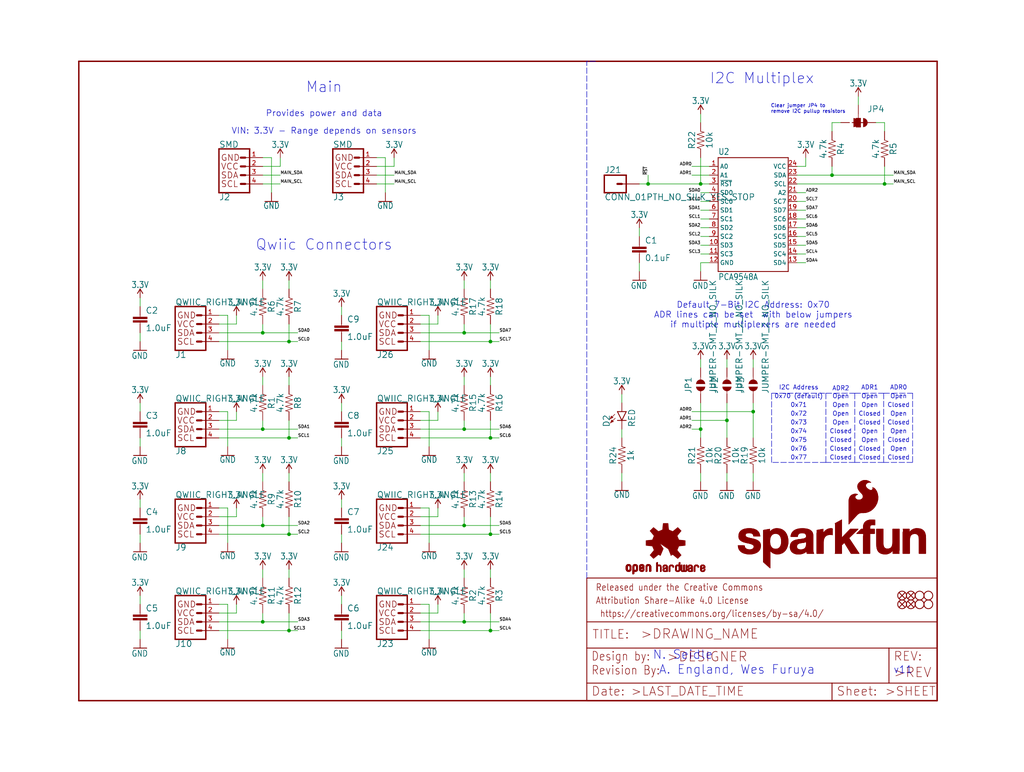
<source format=kicad_sch>
(kicad_sch (version 20211123) (generator eeschema)
  (paper "User" 297.002 223.926)
  (lib_symbols
    (symbol "eagleSchem-eagle-import:0.1UF-0603-25V-(+80{slash}-20%)"
      (property "Reference" "C" (at 1.524 2.921 0))
      (property "Value" "0.1UF-0603-25V-(+80{slash}-20%)" (at 1.524 -2.159 0))
      (symbol "0.1UF-0603-25V-(+80{slash}-20%)_1_0"
        (pin passive line (at 0 5.08 270) (length 2.54) (name "1") (number "1"))
        (pin passive line (at 0 -2.54 90) (length 2.54) (name "2") (number "2"))
      )
    )
    (symbol "eagleSchem-eagle-import:1.0UF-0603-16V-10%"
      (property "Reference" "C" (at 1.524 2.921 0))
      (property "Value" "1.0UF-0603-16V-10%" (at 1.524 -2.159 0))
      (symbol "1.0UF-0603-16V-10%_1_0"
        (pin passive line (at 0 5.08 270) (length 2.54) (name "1") (number "1"))
        (pin passive line (at 0 -2.54 90) (length 2.54) (name "2") (number "2"))
      )
    )
    (symbol "eagleSchem-eagle-import:10KOHM-0603-1{slash}10W-1%"
      (property "Reference" "R" (at 0 1.524 0))
      (property "Value" "10KOHM-0603-1{slash}10W-1%" (at 0 -1.524 0))
      (symbol "10KOHM-0603-1{slash}10W-1%_1_0"
        (pin passive line (at -5.08 0 0) (length 2.54) (name "1") (number "1"))
        (pin passive line (at 5.08 0 180) (length 2.54) (name "2") (number "2"))
      )
    )
    (symbol "eagleSchem-eagle-import:1KOHM-0603-1{slash}10W-1%"
      (property "Reference" "R" (at 0 1.524 0))
      (property "Value" "1KOHM-0603-1{slash}10W-1%" (at 0 -1.524 0))
      (symbol "1KOHM-0603-1{slash}10W-1%_1_0"
        (pin passive line (at -5.08 0 0) (length 2.54) (name "1") (number "1"))
        (pin passive line (at 5.08 0 180) (length 2.54) (name "2") (number "2"))
      )
    )
    (symbol "eagleSchem-eagle-import:3.3V" (power)
      (property "Value" "3.3V" (at 0 2.794 0))
      (symbol "3.3V_1_0"
        (pin power_in line (at 0 0 90) (length 2.54) (name "3.3V") (number "1"))
      )
    )
    (symbol "eagleSchem-eagle-import:4.7KOHM-0603-1{slash}10W-1%"
      (property "Reference" "R" (at 0 1.524 0))
      (property "Value" "4.7KOHM-0603-1{slash}10W-1%" (at 0 -1.524 0))
      (symbol "4.7KOHM-0603-1{slash}10W-1%_1_0"
        (pin passive line (at -5.08 0 0) (length 2.54) (name "1") (number "1"))
        (pin passive line (at 5.08 0 180) (length 2.54) (name "2") (number "2"))
      )
    )
    (symbol "eagleSchem-eagle-import:CONN_01PTH_NO_SILK_YES_STOP"
      (property "Reference" "J" (at -2.54 3.048 0))
      (property "Value" "CONN_01PTH_NO_SILK_YES_STOP" (at -2.54 -4.826 0))
      (symbol "CONN_01PTH_NO_SILK_YES_STOP_1_0"
        (pin passive line (at 7.62 0 180) (length 5.08) (name "1") (number "1"))
      )
    )
    (symbol "eagleSchem-eagle-import:FIDUCIAL1X2")
    (symbol "eagleSchem-eagle-import:FRAME-LETTER"
      (symbol "FRAME-LETTER_2_0"
        (text " https://creativecommons.org/licenses/by-sa/4.0/" (at 2.54 24.13 0) (effects (font (size 1.9304 1.6408)) (justify left bottom)))
        (text ">DESIGNER" (at 23.114 11.176 0) (effects (font (size 2.7432 2.7432)) (justify left bottom)))
        (text ">DRAWING_NAME" (at 15.494 17.78 0) (effects (font (size 2.7432 2.7432)) (justify left bottom)))
        (text ">LAST_DATE_TIME" (at 12.7 1.27 0) (effects (font (size 2.54 2.54)) (justify left bottom)))
        (text ">REV" (at 88.9 6.604 0) (effects (font (size 2.7432 2.7432)) (justify left bottom)))
        (text ">SHEET" (at 86.36 1.27 0) (effects (font (size 2.54 2.54)) (justify left bottom)))
        (text "Attribution Share-Alike 4.0 License" (at 2.54 27.94 0) (effects (font (size 1.9304 1.6408)) (justify left bottom)))
        (text "Date:" (at 1.27 1.27 0) (effects (font (size 2.54 2.54)) (justify left bottom)))
        (text "Design by:" (at 1.27 11.43 0) (effects (font (size 2.54 2.159)) (justify left bottom)))
        (text "Released under the Creative Commons" (at 2.54 31.75 0) (effects (font (size 1.9304 1.6408)) (justify left bottom)))
        (text "REV:" (at 88.9 11.43 0) (effects (font (size 2.54 2.54)) (justify left bottom)))
        (text "Sheet:" (at 72.39 1.27 0) (effects (font (size 2.54 2.54)) (justify left bottom)))
        (text "TITLE:" (at 1.524 17.78 0) (effects (font (size 2.54 2.54)) (justify left bottom)))
      )
    )
    (symbol "eagleSchem-eagle-import:GND" (power)
      (property "Value" "GND" (at 0 -0.254 0))
      (symbol "GND_1_0"
        (pin power_in line (at 0 2.54 270) (length 2.54) (name "GND") (number "1"))
      )
    )
    (symbol "eagleSchem-eagle-import:I2C_STANDARDJS-1MM"
      (property "Reference" "J" (at -5.08 7.874 0))
      (property "Value" "I2C_STANDARDJS-1MM" (at -5.08 -5.334 0))
      (symbol "I2C_STANDARDJS-1MM_1_0"
        (text "GND" (at -4.572 -2.54 0) (effects (font (size 1.778 1.778)) (justify left)))
        (text "SCL" (at -4.572 5.08 0) (effects (font (size 1.778 1.778)) (justify left)))
        (text "SDA" (at -4.572 2.54 0) (effects (font (size 1.778 1.778)) (justify left)))
        (text "VCC" (at -4.572 0 0) (effects (font (size 1.778 1.778)) (justify left)))
        (pin power_in line (at 7.62 -2.54 180) (length 5.08) (name "GND") (number "1"))
        (pin power_in line (at 7.62 0 180) (length 5.08) (name "VCC") (number "2"))
        (pin passive line (at 7.62 2.54 180) (length 5.08) (name "SDA") (number "3"))
        (pin passive line (at 7.62 5.08 180) (length 5.08) (name "SCL") (number "4"))
      )
    )
    (symbol "eagleSchem-eagle-import:JUMPER-SMT_2_NO_SILK"
      (property "Reference" "JP" (at -2.54 2.54 0))
      (property "Value" "JUMPER-SMT_2_NO_SILK" (at -2.54 -2.54 0))
      (symbol "JUMPER-SMT_2_NO_SILK_1_0"
        (pin passive line (at -5.08 0 0) (length 2.54) (name "1") (number "1"))
        (pin passive line (at 5.08 0 180) (length 2.54) (name "2") (number "2"))
      )
    )
    (symbol "eagleSchem-eagle-import:JUMPER-SMT_3_2-NC_TRACE_SILK"
      (property "Reference" "JP" (at 2.54 0.381 0))
      (property "Value" "JUMPER-SMT_3_2-NC_TRACE_SILK" (at 2.54 -0.381 0))
      (symbol "JUMPER-SMT_3_2-NC_TRACE_SILK_1_0"
        (pin passive line (at 0 5.08 270) (length 2.54) (name "1") (number "1"))
        (pin passive line (at -5.08 0 0) (length 2.54) (name "2") (number "2"))
        (pin passive line (at 0 -5.08 90) (length 2.54) (name "3") (number "3"))
      )
    )
    (symbol "eagleSchem-eagle-import:LED-RED0603"
      (property "Reference" "D" (at -3.429 -4.572 90))
      (property "Value" "LED-RED0603" (at 1.905 -4.572 90))
      (symbol "LED-RED0603_1_0"
        (pin passive line (at 0 2.54 270) (length 2.54) (name "A") (number "A"))
        (pin passive line (at 0 -5.08 90) (length 2.54) (name "C") (number "C"))
      )
    )
    (symbol "eagleSchem-eagle-import:OSHW-LOGOMINI")
    (symbol "eagleSchem-eagle-import:PCA9548A"
      (property "Reference" "U" (at -10.16 18.542 0))
      (property "Value" "PCA9548A" (at -10.16 -17.78 0))
      (symbol "PCA9548A_1_0"
        (pin bidirectional line (at -12.7 15.24 0) (length 2.54) (name "A0") (number "1"))
        (pin bidirectional line (at -12.7 -7.62 0) (length 2.54) (name "SD3") (number "10"))
        (pin bidirectional line (at -12.7 -10.16 0) (length 2.54) (name "SC3") (number "11"))
        (pin bidirectional line (at -12.7 -12.7 0) (length 2.54) (name "GND") (number "12"))
        (pin bidirectional line (at 12.7 -12.7 180) (length 2.54) (name "SD4") (number "13"))
        (pin bidirectional line (at 12.7 -10.16 180) (length 2.54) (name "SC4") (number "14"))
        (pin bidirectional line (at 12.7 -7.62 180) (length 2.54) (name "SD5") (number "15"))
        (pin bidirectional line (at 12.7 -5.08 180) (length 2.54) (name "SC5") (number "16"))
        (pin bidirectional line (at 12.7 -2.54 180) (length 2.54) (name "SD6") (number "17"))
        (pin bidirectional line (at 12.7 0 180) (length 2.54) (name "SC6") (number "18"))
        (pin bidirectional line (at 12.7 2.54 180) (length 2.54) (name "SD7") (number "19"))
        (pin bidirectional line (at -12.7 12.7 0) (length 2.54) (name "A1") (number "2"))
        (pin bidirectional line (at 12.7 5.08 180) (length 2.54) (name "SC7") (number "20"))
        (pin bidirectional line (at 12.7 7.62 180) (length 2.54) (name "A2") (number "21"))
        (pin bidirectional line (at 12.7 10.16 180) (length 2.54) (name "SCL") (number "22"))
        (pin bidirectional line (at 12.7 12.7 180) (length 2.54) (name "SDA") (number "23"))
        (pin bidirectional line (at 12.7 15.24 180) (length 2.54) (name "VCC") (number "24"))
        (pin bidirectional line (at -12.7 10.16 0) (length 2.54) (name "~{RST}") (number "3"))
        (pin bidirectional line (at -12.7 7.62 0) (length 2.54) (name "SD0") (number "4"))
        (pin bidirectional line (at -12.7 5.08 0) (length 2.54) (name "SC0") (number "5"))
        (pin bidirectional line (at -12.7 2.54 0) (length 2.54) (name "SD1") (number "6"))
        (pin bidirectional line (at -12.7 0 0) (length 2.54) (name "SC1") (number "7"))
        (pin bidirectional line (at -12.7 -2.54 0) (length 2.54) (name "SD2") (number "8"))
        (pin bidirectional line (at -12.7 -5.08 0) (length 2.54) (name "SC2") (number "9"))
      )
    )
    (symbol "eagleSchem-eagle-import:QWIIC_CONNECTORJS-1MM"
      (property "Reference" "J" (at -5.08 7.874 0))
      (property "Value" "QWIIC_CONNECTORJS-1MM" (at -5.08 -5.334 0))
      (symbol "QWIIC_CONNECTORJS-1MM_1_0"
        (text "GND" (at -4.572 -2.54 0) (effects (font (size 1.778 1.778)) (justify left)))
        (text "SCL" (at -4.572 5.08 0) (effects (font (size 1.778 1.778)) (justify left)))
        (text "SDA" (at -4.572 2.54 0) (effects (font (size 1.778 1.778)) (justify left)))
        (text "VCC" (at -4.572 0 0) (effects (font (size 1.778 1.778)) (justify left)))
        (pin power_in line (at 7.62 -2.54 180) (length 5.08) (name "1") (number "1"))
        (pin power_in line (at 7.62 0 180) (length 5.08) (name "2") (number "2"))
        (pin passive line (at 7.62 2.54 180) (length 5.08) (name "3") (number "3"))
        (pin passive line (at 7.62 5.08 180) (length 5.08) (name "4") (number "4"))
      )
    )
    (symbol "eagleSchem-eagle-import:REVISION"
      (symbol "REVISION_1_0"
        (text "Revision By: " (at 0 0 0) (effects (font (size 2.54 2.159)) (justify left bottom)))
      )
    )
    (symbol "eagleSchem-eagle-import:SFE_LOGO_NAME_FLAME.1_INCH")
    (symbol "eagleSchem-eagle-import:STAND-OFF")
  )
  (junction (at 76.2 124.46))
  (junction (at 134.62 96.52))
  (junction (at 83.82 127))
  (junction (at 83.82 99.06))
  (junction (at 83.82 182.88))
  (junction (at 241.3 50.8))
  (junction (at 203.2 124.46))
  (junction (at 76.2 152.4))
  (junction (at 76.2 180.34))
  (junction (at 256.54 53.34))
  (junction (at 76.2 96.52))
  (junction (at 134.62 180.34))
  (junction (at 203.2 53.34))
  (junction (at 134.62 152.4))
  (junction (at 218.44 119.38))
  (junction (at 83.82 154.94))
  (junction (at 142.24 99.06))
  (junction (at 142.24 182.88))
  (junction (at 142.24 127))
  (junction (at 210.82 121.92))
  (junction (at 187.96 53.34))
  (junction (at 134.62 124.46))
  (junction (at 142.24 154.94))
  (wire (pts (xy 121.92 177.8) (xy 127 177.8)))
  (polyline (pts (xy 247.904 114.046) (xy 256.286 114.046)))
  (polyline (pts (xy 172.72 17.78) (xy 170.18 17.78)))
  (wire (pts (xy 231.14 66.04) (xy 233.68 66.04)))
  (wire (pts (xy 256.54 38.1) (xy 256.54 35.56)))
  (wire (pts (xy 63.5 147.32) (xy 66.04 147.32)))
  (wire (pts (xy 205.74 58.42) (xy 203.2 58.42)))
  (wire (pts (xy 40.64 175.26) (xy 40.64 172.72)))
  (wire (pts (xy 180.34 127) (xy 180.34 124.46)))
  (wire (pts (xy 63.5 175.26) (xy 66.04 175.26)))
  (wire (pts (xy 142.24 149.86) (xy 142.24 154.94)))
  (polyline (pts (xy 239.522 134.112) (xy 223.774 134.112)))
  (wire (pts (xy 40.64 88.9) (xy 40.64 86.36)))
  (wire (pts (xy 231.14 68.58) (xy 233.68 68.58)))
  (wire (pts (xy 241.3 35.56) (xy 241.3 38.1)))
  (wire (pts (xy 205.74 48.26) (xy 200.66 48.26)))
  (wire (pts (xy 134.62 81.28) (xy 134.62 83.82)))
  (wire (pts (xy 210.82 106.68) (xy 210.82 104.14)))
  (wire (pts (xy 218.44 139.7) (xy 218.44 137.16)))
  (wire (pts (xy 66.04 175.26) (xy 66.04 185.42)))
  (wire (pts (xy 83.82 93.98) (xy 83.82 99.06)))
  (wire (pts (xy 121.92 127) (xy 142.24 127)))
  (wire (pts (xy 187.96 53.34) (xy 187.96 50.8)))
  (wire (pts (xy 76.2 93.98) (xy 76.2 96.52)))
  (wire (pts (xy 109.22 45.72) (xy 111.76 45.72)))
  (wire (pts (xy 205.74 71.12) (xy 203.2 71.12)))
  (wire (pts (xy 124.46 147.32) (xy 124.46 157.48)))
  (wire (pts (xy 218.44 116.84) (xy 218.44 119.38)))
  (wire (pts (xy 121.92 91.44) (xy 124.46 91.44)))
  (wire (pts (xy 83.82 109.22) (xy 83.82 111.76)))
  (wire (pts (xy 205.74 73.66) (xy 203.2 73.66)))
  (wire (pts (xy 256.54 48.26) (xy 256.54 53.34)))
  (wire (pts (xy 66.04 119.38) (xy 66.04 129.54)))
  (wire (pts (xy 203.2 124.46) (xy 200.66 124.46)))
  (wire (pts (xy 231.14 53.34) (xy 256.54 53.34)))
  (wire (pts (xy 205.74 55.88) (xy 203.2 55.88)))
  (polyline (pts (xy 264.668 114.046) (xy 264.668 134.112)))
  (wire (pts (xy 63.5 152.4) (xy 76.2 152.4)))
  (wire (pts (xy 205.74 50.8) (xy 200.66 50.8)))
  (wire (pts (xy 142.24 81.28) (xy 142.24 83.82)))
  (wire (pts (xy 121.92 99.06) (xy 142.24 99.06)))
  (wire (pts (xy 121.92 96.52) (xy 134.62 96.52)))
  (wire (pts (xy 63.5 99.06) (xy 83.82 99.06)))
  (wire (pts (xy 40.64 129.54) (xy 40.64 127)))
  (wire (pts (xy 99.06 147.32) (xy 99.06 144.78)))
  (wire (pts (xy 63.5 121.92) (xy 68.58 121.92)))
  (wire (pts (xy 63.5 149.86) (xy 68.58 149.86)))
  (wire (pts (xy 205.74 66.04) (xy 203.2 66.04)))
  (wire (pts (xy 99.06 101.6) (xy 99.06 99.06)))
  (wire (pts (xy 134.62 109.22) (xy 134.62 111.76)))
  (wire (pts (xy 83.82 137.16) (xy 83.82 139.7)))
  (polyline (pts (xy 170.18 167.64) (xy 170.18 17.78)))
  (wire (pts (xy 142.24 93.98) (xy 142.24 99.06)))
  (wire (pts (xy 40.64 157.48) (xy 40.64 154.94)))
  (wire (pts (xy 205.74 63.5) (xy 203.2 63.5)))
  (wire (pts (xy 68.58 149.86) (xy 68.58 147.32)))
  (wire (pts (xy 231.14 76.2) (xy 233.68 76.2)))
  (polyline (pts (xy 223.774 134.112) (xy 223.774 114.046)))
  (wire (pts (xy 127 149.86) (xy 127 147.32)))
  (wire (pts (xy 203.2 116.84) (xy 203.2 124.46)))
  (wire (pts (xy 248.92 27.94) (xy 248.92 30.48)))
  (wire (pts (xy 203.2 139.7) (xy 203.2 137.16)))
  (wire (pts (xy 121.92 93.98) (xy 127 93.98)))
  (wire (pts (xy 63.5 182.88) (xy 83.82 182.88)))
  (wire (pts (xy 63.5 127) (xy 83.82 127)))
  (wire (pts (xy 203.2 124.46) (xy 203.2 127)))
  (wire (pts (xy 76.2 81.28) (xy 76.2 83.82)))
  (wire (pts (xy 185.42 68.58) (xy 185.42 66.04)))
  (wire (pts (xy 142.24 182.88) (xy 144.78 182.88)))
  (wire (pts (xy 210.82 121.92) (xy 200.66 121.92)))
  (wire (pts (xy 83.82 149.86) (xy 83.82 154.94)))
  (wire (pts (xy 231.14 50.8) (xy 241.3 50.8)))
  (wire (pts (xy 76.2 165.1) (xy 76.2 167.64)))
  (wire (pts (xy 40.64 185.42) (xy 40.64 182.88)))
  (wire (pts (xy 83.82 121.92) (xy 83.82 127)))
  (wire (pts (xy 203.2 53.34) (xy 187.96 53.34)))
  (wire (pts (xy 127 121.92) (xy 127 119.38)))
  (wire (pts (xy 76.2 53.34) (xy 81.28 53.34)))
  (wire (pts (xy 76.2 50.8) (xy 81.28 50.8)))
  (wire (pts (xy 63.5 177.8) (xy 68.58 177.8)))
  (wire (pts (xy 142.24 99.06) (xy 144.78 99.06)))
  (wire (pts (xy 142.24 154.94) (xy 144.78 154.94)))
  (wire (pts (xy 142.24 177.8) (xy 142.24 182.88)))
  (wire (pts (xy 109.22 48.26) (xy 114.3 48.26)))
  (wire (pts (xy 40.64 147.32) (xy 40.64 144.78)))
  (polyline (pts (xy 247.904 134.112) (xy 239.522 134.112)))
  (wire (pts (xy 63.5 119.38) (xy 66.04 119.38)))
  (wire (pts (xy 134.62 165.1) (xy 134.62 167.64)))
  (polyline (pts (xy 247.904 114.046) (xy 247.904 134.112)))
  (wire (pts (xy 76.2 96.52) (xy 86.36 96.52)))
  (wire (pts (xy 241.3 50.8) (xy 259.08 50.8)))
  (wire (pts (xy 180.34 139.7) (xy 180.34 137.16)))
  (wire (pts (xy 76.2 152.4) (xy 86.36 152.4)))
  (wire (pts (xy 210.82 127) (xy 210.82 121.92)))
  (wire (pts (xy 210.82 139.7) (xy 210.82 137.16)))
  (wire (pts (xy 134.62 180.34) (xy 144.78 180.34)))
  (wire (pts (xy 121.92 147.32) (xy 124.46 147.32)))
  (wire (pts (xy 231.14 60.96) (xy 233.68 60.96)))
  (wire (pts (xy 111.76 45.72) (xy 111.76 55.88)))
  (polyline (pts (xy 256.286 114.046) (xy 256.286 134.112)))
  (wire (pts (xy 76.2 109.22) (xy 76.2 111.76)))
  (wire (pts (xy 256.54 35.56) (xy 254 35.56)))
  (wire (pts (xy 124.46 119.38) (xy 124.46 129.54)))
  (wire (pts (xy 256.54 53.34) (xy 259.08 53.34)))
  (polyline (pts (xy 256.286 134.112) (xy 247.904 134.112)))
  (wire (pts (xy 63.5 180.34) (xy 76.2 180.34)))
  (wire (pts (xy 99.06 119.38) (xy 99.06 116.84)))
  (wire (pts (xy 63.5 124.46) (xy 76.2 124.46)))
  (wire (pts (xy 218.44 119.38) (xy 200.66 119.38)))
  (wire (pts (xy 121.92 124.46) (xy 134.62 124.46)))
  (wire (pts (xy 114.3 48.26) (xy 114.3 45.72)))
  (wire (pts (xy 243.84 35.56) (xy 241.3 35.56)))
  (wire (pts (xy 83.82 182.88) (xy 86.36 182.88)))
  (wire (pts (xy 231.14 63.5) (xy 233.68 63.5)))
  (wire (pts (xy 81.28 48.26) (xy 81.28 45.72)))
  (wire (pts (xy 231.14 58.42) (xy 233.68 58.42)))
  (polyline (pts (xy 223.774 114.046) (xy 239.522 114.046)))
  (wire (pts (xy 83.82 81.28) (xy 83.82 83.82)))
  (wire (pts (xy 76.2 149.86) (xy 76.2 152.4)))
  (wire (pts (xy 134.62 121.92) (xy 134.62 124.46)))
  (wire (pts (xy 40.64 99.06) (xy 40.64 96.52)))
  (polyline (pts (xy 239.522 114.046) (xy 239.522 134.112)))
  (wire (pts (xy 134.62 152.4) (xy 144.78 152.4)))
  (wire (pts (xy 121.92 154.94) (xy 142.24 154.94)))
  (wire (pts (xy 99.06 157.48) (xy 99.06 154.94)))
  (wire (pts (xy 121.92 152.4) (xy 134.62 152.4)))
  (wire (pts (xy 142.24 109.22) (xy 142.24 111.76)))
  (wire (pts (xy 187.96 53.34) (xy 185.42 53.34)))
  (wire (pts (xy 109.22 50.8) (xy 114.3 50.8)))
  (wire (pts (xy 83.82 99.06) (xy 86.36 99.06)))
  (wire (pts (xy 134.62 96.52) (xy 144.78 96.52)))
  (wire (pts (xy 83.82 127) (xy 86.36 127)))
  (wire (pts (xy 134.62 124.46) (xy 144.78 124.46)))
  (polyline (pts (xy 256.286 114.046) (xy 264.668 114.046)))
  (wire (pts (xy 121.92 180.34) (xy 134.62 180.34)))
  (wire (pts (xy 99.06 91.44) (xy 99.06 88.9)))
  (wire (pts (xy 63.5 154.94) (xy 83.82 154.94)))
  (wire (pts (xy 134.62 137.16) (xy 134.62 139.7)))
  (wire (pts (xy 76.2 177.8) (xy 76.2 180.34)))
  (wire (pts (xy 99.06 185.42) (xy 99.06 182.88)))
  (wire (pts (xy 127 93.98) (xy 127 91.44)))
  (wire (pts (xy 205.74 53.34) (xy 203.2 53.34)))
  (wire (pts (xy 180.34 116.84) (xy 180.34 114.3)))
  (wire (pts (xy 99.06 175.26) (xy 99.06 172.72)))
  (wire (pts (xy 63.5 91.44) (xy 66.04 91.44)))
  (wire (pts (xy 185.42 78.74) (xy 185.42 76.2)))
  (wire (pts (xy 68.58 121.92) (xy 68.58 119.38)))
  (wire (pts (xy 121.92 119.38) (xy 124.46 119.38)))
  (wire (pts (xy 142.24 165.1) (xy 142.24 167.64)))
  (wire (pts (xy 76.2 180.34) (xy 86.36 180.34)))
  (wire (pts (xy 83.82 165.1) (xy 83.82 167.64)))
  (wire (pts (xy 134.62 149.86) (xy 134.62 152.4)))
  (wire (pts (xy 68.58 177.8) (xy 68.58 175.26)))
  (wire (pts (xy 66.04 147.32) (xy 66.04 157.48)))
  (wire (pts (xy 218.44 104.14) (xy 218.44 106.68)))
  (wire (pts (xy 218.44 119.38) (xy 218.44 127)))
  (wire (pts (xy 68.58 93.98) (xy 68.58 91.44)))
  (wire (pts (xy 76.2 124.46) (xy 86.36 124.46)))
  (wire (pts (xy 231.14 73.66) (xy 233.68 73.66)))
  (wire (pts (xy 203.2 106.68) (xy 203.2 104.14)))
  (wire (pts (xy 231.14 55.88) (xy 233.68 55.88)))
  (wire (pts (xy 66.04 91.44) (xy 66.04 101.6)))
  (wire (pts (xy 203.2 45.72) (xy 203.2 53.34)))
  (polyline (pts (xy 264.668 134.112) (xy 256.286 134.112)))
  (wire (pts (xy 210.82 116.84) (xy 210.82 121.92)))
  (wire (pts (xy 203.2 33.02) (xy 203.2 35.56)))
  (polyline (pts (xy 239.522 114.046) (xy 247.904 114.046)))
  (wire (pts (xy 241.3 48.26) (xy 241.3 50.8)))
  (wire (pts (xy 76.2 48.26) (xy 81.28 48.26)))
  (wire (pts (xy 109.22 53.34) (xy 114.3 53.34)))
  (wire (pts (xy 205.74 76.2) (xy 203.2 76.2)))
  (wire (pts (xy 205.74 68.58) (xy 203.2 68.58)))
  (wire (pts (xy 63.5 93.98) (xy 68.58 93.98)))
  (wire (pts (xy 121.92 175.26) (xy 124.46 175.26)))
  (wire (pts (xy 134.62 93.98) (xy 134.62 96.52)))
  (wire (pts (xy 76.2 137.16) (xy 76.2 139.7)))
  (wire (pts (xy 124.46 91.44) (xy 124.46 101.6)))
  (wire (pts (xy 83.82 154.94) (xy 86.36 154.94)))
  (wire (pts (xy 142.24 121.92) (xy 142.24 127)))
  (wire (pts (xy 233.68 48.26) (xy 233.68 45.72)))
  (wire (pts (xy 121.92 149.86) (xy 127 149.86)))
  (wire (pts (xy 121.92 121.92) (xy 127 121.92)))
  (wire (pts (xy 76.2 121.92) (xy 76.2 124.46)))
  (wire (pts (xy 124.46 175.26) (xy 124.46 185.42)))
  (wire (pts (xy 99.06 129.54) (xy 99.06 127)))
  (wire (pts (xy 142.24 127) (xy 144.78 127)))
  (wire (pts (xy 142.24 137.16) (xy 142.24 139.7)))
  (wire (pts (xy 40.64 119.38) (xy 40.64 116.84)))
  (wire (pts (xy 121.92 182.88) (xy 142.24 182.88)))
  (wire (pts (xy 63.5 96.52) (xy 76.2 96.52)))
  (wire (pts (xy 76.2 45.72) (xy 78.74 45.72)))
  (wire (pts (xy 134.62 177.8) (xy 134.62 180.34)))
  (wire (pts (xy 78.74 45.72) (xy 78.74 55.88)))
  (wire (pts (xy 205.74 60.96) (xy 203.2 60.96)))
  (wire (pts (xy 83.82 177.8) (xy 83.82 182.88)))
  (wire (pts (xy 127 177.8) (xy 127 175.26)))
  (wire (pts (xy 203.2 76.2) (xy 203.2 78.74)))
  (wire (pts (xy 231.14 71.12) (xy 233.68 71.12)))
  (wire (pts (xy 231.14 48.26) (xy 233.68 48.26)))
  (text "I2C Address" (at 231.648 112.522 180) (effects (font (size 1.27 1.27))))
  (text "Clear jumper JP4 to\nremove I2C pullup resistors" (at 223.52 33.02 180) (effects (font (size 1.016 1.016)) (justify left bottom)))
  (text "0x74" (at 231.648 125.222 180) (effects (font (size 1.27 1.27))))
  (text "I2C Multiplex" (at 220.98 22.86 180) (effects (font (size 3.048 3.048))))
  (text "0x75" (at 231.648 127.762 180) (effects (font (size 1.27 1.27))))
  (text "Open" (at 243.84 117.602 180) (effects (font (size 1.27 1.27))))
  (text "0x76" (at 231.648 130.302 180) (effects (font (size 1.27 1.27))))
  (text "Closed" (at 260.604 127.762 180) (effects (font (size 1.27 1.27))))
  (text "Closed" (at 243.84 125.222 180) (effects (font (size 1.27 1.27))))
  (text "Qwiic Connectors" (at 93.98 71.12 180) (effects (font (size 3.048 3.048))))
  (text "Closed" (at 260.604 132.842 180) (effects (font (size 1.27 1.27))))
  (text "Open" (at 243.84 120.142 180) (effects (font (size 1.27 1.27))))
  (text "Open" (at 252.222 125.222 180) (effects (font (size 1.27 1.27))))
  (text "Closed" (at 252.222 130.302 180) (effects (font (size 1.27 1.27))))
  (text "Closed" (at 260.604 117.602 180) (effects (font (size 1.27 1.27))))
  (text "Open" (at 260.604 125.222 180) (effects (font (size 1.27 1.27))))
  (text "v11" (at 259.08 195.58 180) (effects (font (size 2.032 2.032)) (justify left bottom)))
  (text "0x73" (at 231.648 122.682 180) (effects (font (size 1.27 1.27))))
  (text "0x71" (at 231.648 117.602 180) (effects (font (size 1.27 1.27))))
  (text "N. Seidle" (at 189.23 191.516 180) (effects (font (size 2.54 2.54)) (justify left bottom)))
  (text "Provides power and data" (at 93.98 33.02 180) (effects (font (size 1.778 1.778))))
  (text "Closed" (at 252.222 122.682 180) (effects (font (size 1.27 1.27))))
  (text "Closed" (at 243.84 130.302 180) (effects (font (size 1.27 1.27))))
  (text "Open" (at 243.84 122.682 180) (effects (font (size 1.27 1.27))))
  (text "ADR0" (at 260.604 112.522 180) (effects (font (size 1.27 1.27))))
  (text "ADR2" (at 243.84 112.776 180) (effects (font (size 1.27 1.27))))
  (text "Closed" (at 252.222 120.142 180) (effects (font (size 1.27 1.27))))
  (text "Closed" (at 243.84 132.842 180) (effects (font (size 1.27 1.27))))
  (text "VIN: 3.3V - Range depends on sensors" (at 93.98 38.1 180) (effects (font (size 1.778 1.778))))
  (text "Closed" (at 260.604 122.682 180) (effects (font (size 1.27 1.27))))
  (text "Closed" (at 252.222 132.842 180) (effects (font (size 1.27 1.27))))
  (text "Open" (at 243.84 115.062 180) (effects (font (size 1.27 1.27))))
  (text "Open" (at 252.222 127.762 180) (effects (font (size 1.27 1.27))))
  (text "Open" (at 252.222 115.062 180) (effects (font (size 1.27 1.27))))
  (text "Open" (at 260.604 120.142 180) (effects (font (size 1.27 1.27))))
  (text "Open" (at 260.604 130.302 180) (effects (font (size 1.27 1.27))))
  (text "Default 7-Bit I2C Address: 0x70\nADR lines can be set  with below jumpers\nif multiple multiplexers are needed" (at 218.44 91.44 0) (effects (font (size 1.778 1.778))))
  (text "Open" (at 260.604 115.062 180) (effects (font (size 1.27 1.27))))
  (text "ADR1" (at 252.222 112.522 180) (effects (font (size 1.27 1.27))))
  (text "Closed" (at 243.84 127.762 180) (effects (font (size 1.27 1.27))))
  (text "Open" (at 252.222 117.602 180) (effects (font (size 1.27 1.27))))
  (text "Main" (at 93.98 25.4 180) (effects (font (size 3.048 3.048))))
  (text "A. England, Wes Furuya" (at 191.008 195.834 180) (effects (font (size 2.54 2.54)) (justify left bottom)))
  (text "0x77" (at 231.648 132.842 180) (effects (font (size 1.27 1.27))))
  (text "0x70 (default)" (at 231.648 115.062 180) (effects (font (size 1.27 1.27))))
  (text "0x72" (at 231.648 120.142 180) (effects (font (size 1.27 1.27))))
  (label "SCL7" (at 144.78 99.06 0) (effects (font (size 0.889 0.889))))
  (label "SCL4" (at 144.78 182.88 0) (effects (font (size 0.889 0.889))))
  (label "SDA2" (at 86.36 152.4 0) (effects (font (size 0.889 0.889))))
  (label "SCL7" (at 233.68 58.42 0) (effects (font (size 0.889 0.889))))
  (label "ADR1" (at 200.66 50.8 180) (effects (font (size 0.889 0.889))))
  (label "SDA3" (at 86.36 180.34 0) (effects (font (size 0.889 0.889))))
  (label "SCL5" (at 233.68 68.58 0) (effects (font (size 0.889 0.889))))
  (label "SCL0" (at 86.36 99.06 0) (effects (font (size 0.889 0.889))))
  (label "SDA6" (at 144.78 124.46 0) (effects (font (size 0.889 0.889))))
  (label "~{RST}" (at 187.96 50.8 90) (effects (font (size 0.889 0.889))))
  (label "SDA1" (at 203.2 60.96 180) (effects (font (size 0.889 0.889))))
  (label "SDA3" (at 203.2 71.12 180) (effects (font (size 0.889 0.889))))
  (label "SDA4" (at 233.68 76.2 0) (effects (font (size 0.889 0.889))))
  (label "SDA0" (at 86.36 96.52 0) (effects (font (size 0.889 0.889))))
  (label "ADR1" (at 200.66 121.92 180) (effects (font (size 0.889 0.889))))
  (label "MAIN_SDA" (at 259.08 50.8 0) (effects (font (size 0.889 0.889))))
  (label "MAIN_SDA" (at 114.3 50.8 0) (effects (font (size 0.889 0.889))))
  (label "SDA1" (at 86.36 124.46 0) (effects (font (size 0.889 0.889))))
  (label "ADR0" (at 200.66 119.38 180) (effects (font (size 0.889 0.889))))
  (label "MAIN_SDA" (at 81.28 50.8 0) (effects (font (size 0.889 0.889))))
  (label "SCL0" (at 203.2 58.42 180) (effects (font (size 0.889 0.889))))
  (label "SCL1" (at 86.36 127 0) (effects (font (size 0.889 0.889))))
  (label "SDA7" (at 144.78 96.52 0) (effects (font (size 0.889 0.889))))
  (label "SDA4" (at 144.78 180.34 0) (effects (font (size 0.889 0.889))))
  (label "SCL3" (at 85.09 182.88 0) (effects (font (size 0.889 0.889))))
  (label "MAIN_SCL" (at 259.08 53.34 0) (effects (font (size 0.889 0.889))))
  (label "SCL5" (at 144.78 154.94 0) (effects (font (size 0.889 0.889))))
  (label "MAIN_SCL" (at 81.28 53.34 0) (effects (font (size 0.889 0.889))))
  (label "SCL6" (at 144.78 127 0) (effects (font (size 0.889 0.889))))
  (label "SCL1" (at 203.2 63.5 180) (effects (font (size 0.889 0.889))))
  (label "SCL4" (at 233.68 73.66 0) (effects (font (size 0.889 0.889))))
  (label "SDA0" (at 203.2 55.88 180) (effects (font (size 0.889 0.889))))
  (label "ADR0" (at 200.66 48.26 180) (effects (font (size 0.889 0.889))))
  (label "SDA5" (at 144.78 152.4 0) (effects (font (size 0.889 0.889))))
  (label "SCL2" (at 86.36 154.94 0) (effects (font (size 0.889 0.889))))
  (label "ADR2" (at 233.68 55.88 0) (effects (font (size 0.889 0.889))))
  (label "SDA5" (at 233.68 71.12 0) (effects (font (size 0.889 0.889))))
  (label "SCL2" (at 203.2 68.58 180) (effects (font (size 0.889 0.889))))
  (label "SCL6" (at 233.68 63.5 0) (effects (font (size 0.889 0.889))))
  (label "SCL3" (at 203.2 73.66 180) (effects (font (size 0.889 0.889))))
  (label "MAIN_SCL" (at 114.3 53.34 0) (effects (font (size 0.889 0.889))))
  (label "SDA2" (at 203.2 66.04 180) (effects (font (size 0.889 0.889))))
  (label "SDA7" (at 233.68 60.96 0) (effects (font (size 0.889 0.889))))
  (label "ADR2" (at 200.66 124.46 180) (effects (font (size 0.889 0.889))))
  (label "SDA6" (at 233.68 66.04 0) (effects (font (size 0.889 0.889))))
  (symbol (lib_id "eagleSchem-eagle-import:3.3V") (at 68.58 119.38 0) (unit 1)
    (property "Reference" "#SUPPLY3" (effects hide))
    (property "Value" "3.3V" (at 68.58 116.586 0) (effects (font (size 1.778 1.5113)) (justify bottom)))
    (property "Footprint" "eagleSchem:" (effects hide))
  )
  (symbol (lib_id "eagleSchem-eagle-import:GND") (at 66.04 132.08 0) (unit 1)
    (property "Reference" "#GND5" (effects hide))
    (property "Value" "GND" (at 66.04 132.334 0) (effects (font (size 1.778 1.5113)) (justify top)))
    (property "Footprint" "eagleSchem:" (effects hide))
  )
  (symbol (lib_id "eagleSchem-eagle-import:3.3V") (at 142.24 109.22 0) (unit 1)
    (property "Reference" "#SUPPLY62" (effects hide))
    (property "Value" "3.3V" (at 142.24 106.426 0) (effects (font (size 1.778 1.5113)) (justify bottom)))
    (property "Footprint" "eagleSchem:" (effects hide))
  )
  (symbol (lib_id "eagleSchem-eagle-import:1.0UF-0603-16V-10%") (at 99.06 96.52 0) (unit 1)
    (property "Reference" "C9" (at 100.584 93.599 0) (effects (font (size 1.778 1.778)) (justify left bottom)))
    (property "Value" "1.0uF" (at 100.584 98.679 0) (effects (font (size 1.778 1.778)) (justify left bottom)))
    (property "Footprint" "eagleSchem:0603" (effects hide))
  )
  (symbol (lib_id "eagleSchem-eagle-import:3.3V") (at 142.24 137.16 0) (unit 1)
    (property "Reference" "#SUPPLY44" (effects hide))
    (property "Value" "3.3V" (at 142.24 134.366 0) (effects (font (size 1.778 1.5113)) (justify bottom)))
    (property "Footprint" "eagleSchem:" (effects hide))
  )
  (symbol (lib_id "eagleSchem-eagle-import:3.3V") (at 99.06 172.72 0) (unit 1)
    (property "Reference" "#SUPPLY38" (effects hide))
    (property "Value" "3.3V" (at 99.06 169.926 0) (effects (font (size 1.778 1.5113)) (justify bottom)))
    (property "Footprint" "eagleSchem:" (effects hide))
  )
  (symbol (lib_id "eagleSchem-eagle-import:3.3V") (at 76.2 109.22 0) (unit 1)
    (property "Reference" "#SUPPLY16" (effects hide))
    (property "Value" "3.3V" (at 76.2 106.426 0) (effects (font (size 1.778 1.5113)) (justify bottom)))
    (property "Footprint" "eagleSchem:" (effects hide))
  )
  (symbol (lib_id "eagleSchem-eagle-import:3.3V") (at 68.58 91.44 0) (unit 1)
    (property "Reference" "#SUPPLY5" (effects hide))
    (property "Value" "3.3V" (at 68.58 88.646 0) (effects (font (size 1.778 1.5113)) (justify bottom)))
    (property "Footprint" "eagleSchem:" (effects hide))
  )
  (symbol (lib_id "eagleSchem-eagle-import:3.3V") (at 134.62 109.22 0) (unit 1)
    (property "Reference" "#SUPPLY63" (effects hide))
    (property "Value" "3.3V" (at 134.62 106.426 0) (effects (font (size 1.778 1.5113)) (justify bottom)))
    (property "Footprint" "eagleSchem:" (effects hide))
  )
  (symbol (lib_id "eagleSchem-eagle-import:3.3V") (at 142.24 165.1 0) (unit 1)
    (property "Reference" "#SUPPLY41" (effects hide))
    (property "Value" "3.3V" (at 142.24 162.306 0) (effects (font (size 1.778 1.5113)) (justify bottom)))
    (property "Footprint" "eagleSchem:" (effects hide))
  )
  (symbol (lib_id "eagleSchem-eagle-import:STAND-OFF") (at 269.24 172.72 0) (unit 1)
    (property "Reference" "H4" (effects hide))
    (property "Value" "STAND-OFF" (effects hide))
    (property "Footprint" "eagleSchem:STAND-OFF" (effects hide))
  )
  (symbol (lib_id "eagleSchem-eagle-import:3.3V") (at 134.62 165.1 0) (unit 1)
    (property "Reference" "#SUPPLY39" (effects hide))
    (property "Value" "3.3V" (at 134.62 162.306 0) (effects (font (size 1.778 1.5113)) (justify bottom)))
    (property "Footprint" "eagleSchem:" (effects hide))
  )
  (symbol (lib_id "eagleSchem-eagle-import:GND") (at 78.74 58.42 0) (unit 1)
    (property "Reference" "#GND1" (effects hide))
    (property "Value" "GND" (at 78.74 58.674 0) (effects (font (size 1.778 1.5113)) (justify top)))
    (property "Footprint" "eagleSchem:" (effects hide))
  )
  (symbol (lib_id "eagleSchem-eagle-import:QWIIC_CONNECTORJS-1MM") (at 114.3 93.98 0) (mirror x) (unit 1)
    (property "Reference" "J26" (at 109.22 101.854 0) (effects (font (size 1.778 1.778)) (justify left bottom)))
    (property "Value" "QWIIC_RIGHT_ANGLE" (at 109.22 88.646 0) (effects (font (size 1.778 1.778)) (justify left top)))
    (property "Footprint" "eagleSchem:JST04_1MM_RA" (effects hide))
  )
  (symbol (lib_id "eagleSchem-eagle-import:3.3V") (at 76.2 137.16 0) (unit 1)
    (property "Reference" "#SUPPLY7" (effects hide))
    (property "Value" "3.3V" (at 76.2 134.366 0) (effects (font (size 1.778 1.5113)) (justify bottom)))
    (property "Footprint" "eagleSchem:" (effects hide))
  )
  (symbol (lib_id "eagleSchem-eagle-import:GND") (at 40.64 132.08 0) (unit 1)
    (property "Reference" "#GND18" (effects hide))
    (property "Value" "GND" (at 38.1 134.62 0) (effects (font (size 1.778 1.5113)) (justify left bottom)))
    (property "Footprint" "eagleSchem:" (effects hide))
  )
  (symbol (lib_id "eagleSchem-eagle-import:1.0UF-0603-16V-10%") (at 40.64 180.34 0) (unit 1)
    (property "Reference" "C5" (at 42.164 177.419 0) (effects (font (size 1.778 1.778)) (justify left bottom)))
    (property "Value" "1.0uF" (at 42.164 182.499 0) (effects (font (size 1.778 1.778)) (justify left bottom)))
    (property "Footprint" "eagleSchem:0603" (effects hide))
  )
  (symbol (lib_id "eagleSchem-eagle-import:GND") (at 203.2 142.24 0) (unit 1)
    (property "Reference" "#GND15" (effects hide))
    (property "Value" "GND" (at 200.66 144.78 0) (effects (font (size 1.778 1.5113)) (justify left bottom)))
    (property "Footprint" "eagleSchem:" (effects hide))
  )
  (symbol (lib_id "eagleSchem-eagle-import:3.3V") (at 114.3 45.72 0) (unit 1)
    (property "Reference" "#SUPPLY4" (effects hide))
    (property "Value" "3.3V" (at 114.3 42.926 0) (effects (font (size 1.778 1.5113)) (justify bottom)))
    (property "Footprint" "eagleSchem:" (effects hide))
  )
  (symbol (lib_id "eagleSchem-eagle-import:JUMPER-SMT_2_NO_SILK") (at 218.44 111.76 90) (unit 1)
    (property "Reference" "JP3" (at 215.9 114.3 0) (effects (font (size 1.778 1.778)) (justify left bottom)))
    (property "Value" "JUMPER-SMT_2_NO_SILK" (at 220.98 114.3 0) (effects (font (size 1.778 1.778)) (justify left top)))
    (property "Footprint" "eagleSchem:SMT-JUMPER_2_NO_SILK" (effects hide))
  )
  (symbol (lib_id "eagleSchem-eagle-import:GND") (at 99.06 160.02 0) (unit 1)
    (property "Reference" "#GND31" (effects hide))
    (property "Value" "GND" (at 96.52 162.56 0) (effects (font (size 1.778 1.5113)) (justify left bottom)))
    (property "Footprint" "eagleSchem:" (effects hide))
  )
  (symbol (lib_id "eagleSchem-eagle-import:GND") (at 124.46 187.96 0) (unit 1)
    (property "Reference" "#GND9" (effects hide))
    (property "Value" "GND" (at 124.46 188.214 0) (effects (font (size 1.778 1.5113)) (justify top)))
    (property "Footprint" "eagleSchem:" (effects hide))
  )
  (symbol (lib_id "eagleSchem-eagle-import:1.0UF-0603-16V-10%") (at 99.06 152.4 0) (unit 1)
    (property "Reference" "C7" (at 100.584 149.479 0) (effects (font (size 1.778 1.778)) (justify left bottom)))
    (property "Value" "1.0uF" (at 100.584 154.559 0) (effects (font (size 1.778 1.778)) (justify left bottom)))
    (property "Footprint" "eagleSchem:0603" (effects hide))
  )
  (symbol (lib_id "eagleSchem-eagle-import:CONN_01PTH_NO_SILK_YES_STOP") (at 177.8 53.34 0) (unit 1)
    (property "Reference" "J21" (at 175.26 50.292 0) (effects (font (size 1.778 1.778)) (justify left bottom)))
    (property "Value" "CONN_01PTH_NO_SILK_YES_STOP" (at 175.26 58.166 0) (effects (font (size 1.778 1.778)) (justify left bottom)))
    (property "Footprint" "eagleSchem:1X01_NO_SILK" (effects hide))
  )
  (symbol (lib_id "eagleSchem-eagle-import:3.3V") (at 99.06 144.78 0) (unit 1)
    (property "Reference" "#SUPPLY45" (effects hide))
    (property "Value" "3.3V" (at 99.06 141.986 0) (effects (font (size 1.778 1.5113)) (justify bottom)))
    (property "Footprint" "eagleSchem:" (effects hide))
  )
  (symbol (lib_id "eagleSchem-eagle-import:QWIIC_CONNECTORJS-1MM") (at 114.3 177.8 0) (mirror x) (unit 1)
    (property "Reference" "J23" (at 109.22 185.674 0) (effects (font (size 1.778 1.778)) (justify left bottom)))
    (property "Value" "QWIIC_RIGHT_ANGLE" (at 109.22 172.466 0) (effects (font (size 1.778 1.778)) (justify left top)))
    (property "Footprint" "eagleSchem:JST04_1MM_RA" (effects hide))
  )
  (symbol (lib_id "eagleSchem-eagle-import:3.3V") (at 40.64 144.78 0) (unit 1)
    (property "Reference" "#SUPPLY6" (effects hide))
    (property "Value" "3.3V" (at 40.64 141.986 0) (effects (font (size 1.778 1.5113)) (justify bottom)))
    (property "Footprint" "eagleSchem:" (effects hide))
  )
  (symbol (lib_id "eagleSchem-eagle-import:1.0UF-0603-16V-10%") (at 99.06 124.46 0) (unit 1)
    (property "Reference" "C8" (at 100.584 121.539 0) (effects (font (size 1.778 1.778)) (justify left bottom)))
    (property "Value" "1.0uF" (at 100.584 126.619 0) (effects (font (size 1.778 1.778)) (justify left bottom)))
    (property "Footprint" "eagleSchem:0603" (effects hide))
  )
  (symbol (lib_id "eagleSchem-eagle-import:3.3V") (at 185.42 66.04 0) (unit 1)
    (property "Reference" "#SUPPLY35" (effects hide))
    (property "Value" "3.3V" (at 185.42 63.246 0) (effects (font (size 1.778 1.5113)) (justify bottom)))
    (property "Footprint" "eagleSchem:" (effects hide))
  )
  (symbol (lib_id "eagleSchem-eagle-import:1.0UF-0603-16V-10%") (at 40.64 124.46 0) (unit 1)
    (property "Reference" "C3" (at 42.164 121.539 0) (effects (font (size 1.778 1.778)) (justify left bottom)))
    (property "Value" "1.0uF" (at 42.164 126.619 0) (effects (font (size 1.778 1.778)) (justify left bottom)))
    (property "Footprint" "eagleSchem:0603" (effects hide))
  )
  (symbol (lib_id "eagleSchem-eagle-import:I2C_STANDARDJS-1MM") (at 101.6 48.26 0) (mirror x) (unit 1)
    (property "Reference" "J3" (at 96.52 56.134 0) (effects (font (size 1.778 1.778)) (justify left bottom)))
    (property "Value" "SMD" (at 96.52 42.926 0) (effects (font (size 1.778 1.778)) (justify left top)))
    (property "Footprint" "eagleSchem:1X04_1MM_RA" (effects hide))
  )
  (symbol (lib_id "eagleSchem-eagle-import:FRAME-LETTER") (at 170.18 203.2 0) (unit 2)
    (property "Reference" "FRAME1" (effects hide))
    (property "Value" "FRAME-LETTER" (effects hide))
    (property "Footprint" "eagleSchem:CREATIVE_COMMONS" (effects hide))
  )
  (symbol (lib_id "eagleSchem-eagle-import:4.7KOHM-0603-1{slash}10W-1%") (at 134.62 88.9 270) (unit 1)
    (property "Reference" "R17" (at 136.144 88.9 0) (effects (font (size 1.778 1.778)) (justify bottom)))
    (property "Value" "4.7k" (at 133.096 88.9 0) (effects (font (size 1.778 1.778)) (justify top)))
    (property "Footprint" "eagleSchem:0603" (effects hide))
  )
  (symbol (lib_id "eagleSchem-eagle-import:JUMPER-SMT_2_NO_SILK") (at 210.82 111.76 90) (unit 1)
    (property "Reference" "JP2" (at 208.28 114.3 0) (effects (font (size 1.778 1.778)) (justify left bottom)))
    (property "Value" "JUMPER-SMT_2_NO_SILK" (at 213.36 114.3 0) (effects (font (size 1.778 1.778)) (justify left top)))
    (property "Footprint" "eagleSchem:SMT-JUMPER_2_NO_SILK" (effects hide))
  )
  (symbol (lib_id "eagleSchem-eagle-import:QWIIC_CONNECTORJS-1MM") (at 55.88 93.98 0) (mirror x) (unit 1)
    (property "Reference" "J1" (at 50.8 101.854 0) (effects (font (size 1.778 1.778)) (justify left bottom)))
    (property "Value" "QWIIC_RIGHT_ANGLE" (at 50.8 88.646 0) (effects (font (size 1.778 1.778)) (justify left top)))
    (property "Footprint" "eagleSchem:JST04_1MM_RA" (effects hide))
  )
  (symbol (lib_id "eagleSchem-eagle-import:GND") (at 66.04 160.02 0) (unit 1)
    (property "Reference" "#GND6" (effects hide))
    (property "Value" "GND" (at 66.04 160.274 0) (effects (font (size 1.778 1.5113)) (justify top)))
    (property "Footprint" "eagleSchem:" (effects hide))
  )
  (symbol (lib_id "eagleSchem-eagle-import:3.3V") (at 99.06 116.84 0) (unit 1)
    (property "Reference" "#SUPPLY65" (effects hide))
    (property "Value" "3.3V" (at 99.06 114.046 0) (effects (font (size 1.778 1.5113)) (justify bottom)))
    (property "Footprint" "eagleSchem:" (effects hide))
  )
  (symbol (lib_id "eagleSchem-eagle-import:1.0UF-0603-16V-10%") (at 40.64 152.4 0) (unit 1)
    (property "Reference" "C4" (at 42.164 149.479 0) (effects (font (size 1.778 1.778)) (justify left bottom)))
    (property "Value" "1.0uF" (at 42.164 154.559 0) (effects (font (size 1.778 1.778)) (justify left bottom)))
    (property "Footprint" "eagleSchem:0603" (effects hide))
  )
  (symbol (lib_id "eagleSchem-eagle-import:3.3V") (at 81.28 45.72 0) (unit 1)
    (property "Reference" "#SUPPLY2" (effects hide))
    (property "Value" "3.3V" (at 81.28 42.926 0) (effects (font (size 1.778 1.5113)) (justify bottom)))
    (property "Footprint" "eagleSchem:" (effects hide))
  )
  (symbol (lib_id "eagleSchem-eagle-import:QWIIC_CONNECTORJS-1MM") (at 55.88 121.92 0) (mirror x) (unit 1)
    (property "Reference" "J8" (at 50.8 129.794 0) (effects (font (size 1.778 1.778)) (justify left bottom)))
    (property "Value" "QWIIC_RIGHT_ANGLE" (at 50.8 116.586 0) (effects (font (size 1.778 1.778)) (justify left top)))
    (property "Footprint" "eagleSchem:JST04_1MM_RA" (effects hide))
  )
  (symbol (lib_id "eagleSchem-eagle-import:SFE_LOGO_NAME_FLAME.1_INCH") (at 213.36 165.1 0) (unit 1)
    (property "Reference" "U$1" (effects hide))
    (property "Value" "SFE_LOGO_NAME_FLAME.1_INCH" (effects hide))
    (property "Footprint" "eagleSchem:SFE_LOGO_NAME_FLAME_.1" (effects hide))
  )
  (symbol (lib_id "eagleSchem-eagle-import:GND") (at 218.44 142.24 0) (unit 1)
    (property "Reference" "#GND13" (effects hide))
    (property "Value" "GND" (at 215.9 144.78 0) (effects (font (size 1.778 1.5113)) (justify left bottom)))
    (property "Footprint" "eagleSchem:" (effects hide))
  )
  (symbol (lib_id "eagleSchem-eagle-import:GND") (at 99.06 187.96 0) (unit 1)
    (property "Reference" "#GND30" (effects hide))
    (property "Value" "GND" (at 96.52 190.5 0) (effects (font (size 1.778 1.5113)) (justify left bottom)))
    (property "Footprint" "eagleSchem:" (effects hide))
  )
  (symbol (lib_id "eagleSchem-eagle-import:3.3V") (at 233.68 45.72 0) (unit 1)
    (property "Reference" "#SUPPLY12" (effects hide))
    (property "Value" "3.3V" (at 233.68 42.926 0) (effects (font (size 1.778 1.5113)) (justify bottom)))
    (property "Footprint" "eagleSchem:" (effects hide))
  )
  (symbol (lib_id "eagleSchem-eagle-import:3.3V") (at 180.34 114.3 0) (unit 1)
    (property "Reference" "#SUPPLY18" (effects hide))
    (property "Value" "3.3V" (at 180.34 111.506 0) (effects (font (size 1.778 1.5113)) (justify bottom)))
    (property "Footprint" "eagleSchem:" (effects hide))
  )
  (symbol (lib_id "eagleSchem-eagle-import:4.7KOHM-0603-1{slash}10W-1%") (at 83.82 144.78 270) (unit 1)
    (property "Reference" "R10" (at 85.344 144.78 0) (effects (font (size 1.778 1.778)) (justify bottom)))
    (property "Value" "4.7k" (at 82.296 144.78 0) (effects (font (size 1.778 1.778)) (justify top)))
    (property "Footprint" "eagleSchem:0603" (effects hide))
  )
  (symbol (lib_id "eagleSchem-eagle-import:GND") (at 99.06 132.08 0) (unit 1)
    (property "Reference" "#GND32" (effects hide))
    (property "Value" "GND" (at 96.52 134.62 0) (effects (font (size 1.778 1.5113)) (justify left bottom)))
    (property "Footprint" "eagleSchem:" (effects hide))
  )
  (symbol (lib_id "eagleSchem-eagle-import:QWIIC_CONNECTORJS-1MM") (at 55.88 177.8 0) (mirror x) (unit 1)
    (property "Reference" "J10" (at 50.8 185.674 0) (effects (font (size 1.778 1.778)) (justify left bottom)))
    (property "Value" "QWIIC_RIGHT_ANGLE" (at 50.8 172.466 0) (effects (font (size 1.778 1.778)) (justify left top)))
    (property "Footprint" "eagleSchem:JST04_1MM_RA" (effects hide))
  )
  (symbol (lib_id "eagleSchem-eagle-import:4.7KOHM-0603-1{slash}10W-1%") (at 134.62 116.84 270) (unit 1)
    (property "Reference" "R15" (at 136.144 116.84 0) (effects (font (size 1.778 1.778)) (justify bottom)))
    (property "Value" "4.7k" (at 133.096 116.84 0) (effects (font (size 1.778 1.778)) (justify top)))
    (property "Footprint" "eagleSchem:0603" (effects hide))
  )
  (symbol (lib_id "eagleSchem-eagle-import:3.3V") (at 83.82 165.1 0) (unit 1)
    (property "Reference" "#SUPPLY21" (effects hide))
    (property "Value" "3.3V" (at 83.82 162.306 0) (effects (font (size 1.778 1.5113)) (justify bottom)))
    (property "Footprint" "eagleSchem:" (effects hide))
  )
  (symbol (lib_id "eagleSchem-eagle-import:3.3V") (at 134.62 81.28 0) (unit 1)
    (property "Reference" "#SUPPLY82" (effects hide))
    (property "Value" "3.3V" (at 134.62 78.486 0) (effects (font (size 1.778 1.5113)) (justify bottom)))
    (property "Footprint" "eagleSchem:" (effects hide))
  )
  (symbol (lib_id "eagleSchem-eagle-import:3.3V") (at 40.64 116.84 0) (unit 1)
    (property "Reference" "#SUPPLY37" (effects hide))
    (property "Value" "3.3V" (at 40.64 114.046 0) (effects (font (size 1.778 1.5113)) (justify bottom)))
    (property "Footprint" "eagleSchem:" (effects hide))
  )
  (symbol (lib_id "eagleSchem-eagle-import:3.3V") (at 142.24 81.28 0) (unit 1)
    (property "Reference" "#SUPPLY83" (effects hide))
    (property "Value" "3.3V" (at 142.24 78.486 0) (effects (font (size 1.778 1.5113)) (justify bottom)))
    (property "Footprint" "eagleSchem:" (effects hide))
  )
  (symbol (lib_id "eagleSchem-eagle-import:3.3V") (at 68.58 147.32 0) (unit 1)
    (property "Reference" "#SUPPLY25" (effects hide))
    (property "Value" "3.3V" (at 68.58 144.526 0) (effects (font (size 1.778 1.5113)) (justify bottom)))
    (property "Footprint" "eagleSchem:" (effects hide))
  )
  (symbol (lib_id "eagleSchem-eagle-import:GND") (at 111.76 58.42 0) (unit 1)
    (property "Reference" "#GND3" (effects hide))
    (property "Value" "GND" (at 111.76 58.674 0) (effects (font (size 1.778 1.5113)) (justify top)))
    (property "Footprint" "eagleSchem:" (effects hide))
  )
  (symbol (lib_id "eagleSchem-eagle-import:GND") (at 124.46 104.14 0) (unit 1)
    (property "Reference" "#GND12" (effects hide))
    (property "Value" "GND" (at 124.46 104.394 0) (effects (font (size 1.778 1.5113)) (justify top)))
    (property "Footprint" "eagleSchem:" (effects hide))
  )
  (symbol (lib_id "eagleSchem-eagle-import:3.3V") (at 210.82 104.14 0) (unit 1)
    (property "Reference" "#SUPPLY33" (effects hide))
    (property "Value" "3.3V" (at 210.82 101.346 0) (effects (font (size 1.778 1.5113)) (justify bottom)))
    (property "Footprint" "eagleSchem:" (effects hide))
  )
  (symbol (lib_id "eagleSchem-eagle-import:4.7KOHM-0603-1{slash}10W-1%") (at 142.24 88.9 270) (unit 1)
    (property "Reference" "R18" (at 143.764 88.9 0) (effects (font (size 1.778 1.778)) (justify bottom)))
    (property "Value" "4.7k" (at 140.716 88.9 0) (effects (font (size 1.778 1.778)) (justify top)))
    (property "Footprint" "eagleSchem:0603" (effects hide))
  )
  (symbol (lib_id "eagleSchem-eagle-import:3.3V") (at 203.2 104.14 0) (unit 1)
    (property "Reference" "#SUPPLY34" (effects hide))
    (property "Value" "3.3V" (at 203.2 101.346 0) (effects (font (size 1.778 1.5113)) (justify bottom)))
    (property "Footprint" "eagleSchem:" (effects hide))
  )
  (symbol (lib_id "eagleSchem-eagle-import:QWIIC_CONNECTORJS-1MM") (at 114.3 149.86 0) (mirror x) (unit 1)
    (property "Reference" "J24" (at 109.22 157.734 0) (effects (font (size 1.778 1.778)) (justify left bottom)))
    (property "Value" "QWIIC_RIGHT_ANGLE" (at 109.22 144.526 0) (effects (font (size 1.778 1.778)) (justify left top)))
    (property "Footprint" "eagleSchem:JST04_1MM_RA" (effects hide))
  )
  (symbol (lib_id "eagleSchem-eagle-import:GND") (at 185.42 81.28 0) (unit 1)
    (property "Reference" "#GND16" (effects hide))
    (property "Value" "GND" (at 182.88 83.82 0) (effects (font (size 1.778 1.5113)) (justify left bottom)))
    (property "Footprint" "eagleSchem:" (effects hide))
  )
  (symbol (lib_id "eagleSchem-eagle-import:REVISION") (at 171.45 195.834 0) (unit 1)
    (property "Reference" "LOGO2" (effects hide))
    (property "Value" "REVISION" (effects hide))
    (property "Footprint" "eagleSchem:REVISION" (effects hide))
  )
  (symbol (lib_id "eagleSchem-eagle-import:GND") (at 124.46 132.08 0) (unit 1)
    (property "Reference" "#GND11" (effects hide))
    (property "Value" "GND" (at 124.46 132.334 0) (effects (font (size 1.778 1.5113)) (justify top)))
    (property "Footprint" "eagleSchem:" (effects hide))
  )
  (symbol (lib_id "eagleSchem-eagle-import:4.7KOHM-0603-1{slash}10W-1%") (at 134.62 172.72 270) (unit 1)
    (property "Reference" "R2" (at 136.144 172.72 0) (effects (font (size 1.778 1.778)) (justify bottom)))
    (property "Value" "4.7k" (at 133.096 172.72 0) (effects (font (size 1.778 1.778)) (justify top)))
    (property "Footprint" "eagleSchem:0603" (effects hide))
  )
  (symbol (lib_id "eagleSchem-eagle-import:3.3V") (at 127 91.44 0) (unit 1)
    (property "Reference" "#SUPPLY81" (effects hide))
    (property "Value" "3.3V" (at 127 88.646 0) (effects (font (size 1.778 1.5113)) (justify bottom)))
    (property "Footprint" "eagleSchem:" (effects hide))
  )
  (symbol (lib_id "eagleSchem-eagle-import:OSHW-LOGOMINI") (at 193.04 157.48 0) (unit 1)
    (property "Reference" "LOGO1" (effects hide))
    (property "Value" "OSHW-LOGOMINI" (effects hide))
    (property "Footprint" "eagleSchem:OSHW-LOGO-MINI" (effects hide))
  )
  (symbol (lib_id "eagleSchem-eagle-import:GND") (at 99.06 104.14 0) (unit 1)
    (property "Reference" "#GND33" (effects hide))
    (property "Value" "GND" (at 96.52 106.68 0) (effects (font (size 1.778 1.5113)) (justify left bottom)))
    (property "Footprint" "eagleSchem:" (effects hide))
  )
  (symbol (lib_id "eagleSchem-eagle-import:3.3V") (at 248.92 27.94 0) (unit 1)
    (property "Reference" "#SUPPLY1" (effects hide))
    (property "Value" "3.3V" (at 248.92 25.146 0) (effects (font (size 1.778 1.5113)) (justify bottom)))
    (property "Footprint" "eagleSchem:" (effects hide))
  )
  (symbol (lib_id "eagleSchem-eagle-import:4.7KOHM-0603-1{slash}10W-1%") (at 83.82 172.72 270) (unit 1)
    (property "Reference" "R12" (at 85.344 172.72 0) (effects (font (size 1.778 1.778)) (justify bottom)))
    (property "Value" "4.7k" (at 82.296 172.72 0) (effects (font (size 1.778 1.778)) (justify top)))
    (property "Footprint" "eagleSchem:0603" (effects hide))
  )
  (symbol (lib_id "eagleSchem-eagle-import:FIDUCIAL1X2") (at 264.16 172.72 0) (unit 1)
    (property "Reference" "FD2" (effects hide))
    (property "Value" "FIDUCIAL1X2" (effects hide))
    (property "Footprint" "eagleSchem:FIDUCIAL-1X2" (effects hide))
  )
  (symbol (lib_id "eagleSchem-eagle-import:QWIIC_CONNECTORJS-1MM") (at 55.88 149.86 0) (mirror x) (unit 1)
    (property "Reference" "J9" (at 50.8 157.734 0) (effects (font (size 1.778 1.778)) (justify left bottom)))
    (property "Value" "QWIIC_RIGHT_ANGLE" (at 50.8 144.526 0) (effects (font (size 1.778 1.778)) (justify left top)))
    (property "Footprint" "eagleSchem:JST04_1MM_RA" (effects hide))
  )
  (symbol (lib_id "eagleSchem-eagle-import:GND") (at 210.82 142.24 0) (unit 1)
    (property "Reference" "#GND14" (effects hide))
    (property "Value" "GND" (at 208.28 144.78 0) (effects (font (size 1.778 1.5113)) (justify left bottom)))
    (property "Footprint" "eagleSchem:" (effects hide))
  )
  (symbol (lib_id "eagleSchem-eagle-import:3.3V") (at 127 119.38 0) (unit 1)
    (property "Reference" "#SUPPLY64" (effects hide))
    (property "Value" "3.3V" (at 127 116.586 0) (effects (font (size 1.778 1.5113)) (justify bottom)))
    (property "Footprint" "eagleSchem:" (effects hide))
  )
  (symbol (lib_id "eagleSchem-eagle-import:FIDUCIAL1X2") (at 261.62 172.72 0) (unit 1)
    (property "Reference" "FD3" (effects hide))
    (property "Value" "FIDUCIAL1X2" (effects hide))
    (property "Footprint" "eagleSchem:FIDUCIAL-1X2" (effects hide))
  )
  (symbol (lib_id "eagleSchem-eagle-import:3.3V") (at 68.58 175.26 0) (unit 1)
    (property "Reference" "#SUPPLY26" (effects hide))
    (property "Value" "3.3V" (at 68.58 172.466 0) (effects (font (size 1.778 1.5113)) (justify bottom)))
    (property "Footprint" "eagleSchem:" (effects hide))
  )
  (symbol (lib_id "eagleSchem-eagle-import:STAND-OFF") (at 266.7 175.26 0) (unit 1)
    (property "Reference" "H2" (effects hide))
    (property "Value" "STAND-OFF" (effects hide))
    (property "Footprint" "eagleSchem:STAND-OFF" (effects hide))
  )
  (symbol (lib_id "eagleSchem-eagle-import:SFE_LOGO_NAME_FLAME.1_INCH") (at 213.36 165.1 0) (unit 1)
    (property "Reference" "U$2" (effects hide))
    (property "Value" "SFE_LOGO_NAME_FLAME.1_INCH" (effects hide))
    (property "Footprint" "eagleSchem:SFE_LOGO_NAME_FLAME_.1" (effects hide))
  )
  (symbol (lib_id "eagleSchem-eagle-import:3.3V") (at 76.2 81.28 0) (unit 1)
    (property "Reference" "#SUPPLY14" (effects hide))
    (property "Value" "3.3V" (at 76.2 78.486 0) (effects (font (size 1.778 1.5113)) (justify bottom)))
    (property "Footprint" "eagleSchem:" (effects hide))
  )
  (symbol (lib_id "eagleSchem-eagle-import:FRAME-LETTER") (at 22.86 203.2 0) (unit 1)
    (property "Reference" "FRAME1" (effects hide))
    (property "Value" "FRAME-LETTER" (effects hide))
    (property "Footprint" "eagleSchem:CREATIVE_COMMONS" (effects hide))
  )
  (symbol (lib_id "eagleSchem-eagle-import:STAND-OFF") (at 266.7 172.72 0) (unit 1)
    (property "Reference" "H3" (effects hide))
    (property "Value" "STAND-OFF" (effects hide))
    (property "Footprint" "eagleSchem:STAND-OFF" (effects hide))
  )
  (symbol (lib_id "eagleSchem-eagle-import:4.7KOHM-0603-1{slash}10W-1%") (at 76.2 144.78 270) (unit 1)
    (property "Reference" "R9" (at 77.724 144.78 0) (effects (font (size 1.778 1.778)) (justify bottom)))
    (property "Value" "4.7k" (at 74.676 144.78 0) (effects (font (size 1.778 1.778)) (justify top)))
    (property "Footprint" "eagleSchem:0603" (effects hide))
  )
  (symbol (lib_id "eagleSchem-eagle-import:3.3V") (at 76.2 165.1 0) (unit 1)
    (property "Reference" "#SUPPLY24" (effects hide))
    (property "Value" "3.3V" (at 76.2 162.306 0) (effects (font (size 1.778 1.5113)) (justify bottom)))
    (property "Footprint" "eagleSchem:" (effects hide))
  )
  (symbol (lib_id "eagleSchem-eagle-import:3.3V") (at 99.06 88.9 0) (unit 1)
    (property "Reference" "#SUPPLY67" (effects hide))
    (property "Value" "3.3V" (at 99.06 86.106 0) (effects (font (size 1.778 1.5113)) (justify bottom)))
    (property "Footprint" "eagleSchem:" (effects hide))
  )
  (symbol (lib_id "eagleSchem-eagle-import:4.7KOHM-0603-1{slash}10W-1%") (at 142.24 172.72 270) (unit 1)
    (property "Reference" "R3" (at 143.764 172.72 0) (effects (font (size 1.778 1.778)) (justify bottom)))
    (property "Value" "4.7k" (at 140.716 172.72 0) (effects (font (size 1.778 1.778)) (justify top)))
    (property "Footprint" "eagleSchem:0603" (effects hide))
  )
  (symbol (lib_id "eagleSchem-eagle-import:QWIIC_CONNECTORJS-1MM") (at 114.3 121.92 0) (mirror x) (unit 1)
    (property "Reference" "J25" (at 109.22 129.794 0) (effects (font (size 1.778 1.778)) (justify left bottom)))
    (property "Value" "QWIIC_RIGHT_ANGLE" (at 109.22 116.586 0) (effects (font (size 1.778 1.778)) (justify left top)))
    (property "Footprint" "eagleSchem:JST04_1MM_RA" (effects hide))
  )
  (symbol (lib_id "eagleSchem-eagle-import:GND") (at 66.04 104.14 0) (unit 1)
    (property "Reference" "#GND2" (effects hide))
    (property "Value" "GND" (at 66.04 104.394 0) (effects (font (size 1.778 1.5113)) (justify top)))
    (property "Footprint" "eagleSchem:" (effects hide))
  )
  (symbol (lib_id "eagleSchem-eagle-import:JUMPER-SMT_3_2-NC_TRACE_SILK") (at 248.92 35.56 270) (unit 1)
    (property "Reference" "JP4" (at 251.46 32.639 90) (effects (font (size 1.778 1.778)) (justify left bottom)))
    (property "Value" "JUMPER-SMT_3_2-NC_TRACE_SILK" (effects hide))
    (property "Footprint" "eagleSchem:SMT-JUMPER_3_2-NC_TRACE_SILK" (effects hide))
  )
  (symbol (lib_id "eagleSchem-eagle-import:GND") (at 180.34 142.24 0) (unit 1)
    (property "Reference" "#GND37" (effects hide))
    (property "Value" "GND" (at 180.34 142.494 0) (effects (font (size 1.778 1.5113)) (justify top)))
    (property "Footprint" "eagleSchem:" (effects hide))
  )
  (symbol (lib_id "eagleSchem-eagle-import:3.3V") (at 83.82 81.28 0) (unit 1)
    (property "Reference" "#SUPPLY15" (effects hide))
    (property "Value" "3.3V" (at 83.82 78.486 0) (effects (font (size 1.778 1.5113)) (justify bottom)))
    (property "Footprint" "eagleSchem:" (effects hide))
  )
  (symbol (lib_id "eagleSchem-eagle-import:1KOHM-0603-1{slash}10W-1%") (at 180.34 132.08 90) (unit 1)
    (property "Reference" "R24" (at 178.816 132.08 0) (effects (font (size 1.778 1.778)) (justify bottom)))
    (property "Value" "1k" (at 181.864 132.08 0) (effects (font (size 1.778 1.778)) (justify top)))
    (property "Footprint" "eagleSchem:0603" (effects hide))
  )
  (symbol (lib_id "eagleSchem-eagle-import:I2C_STANDARDJS-1MM") (at 68.58 48.26 0) (mirror x) (unit 1)
    (property "Reference" "J2" (at 63.5 56.134 0) (effects (font (size 1.778 1.778)) (justify left bottom)))
    (property "Value" "SMD" (at 63.5 42.926 0) (effects (font (size 1.778 1.778)) (justify left top)))
    (property "Footprint" "eagleSchem:1X04_1MM_RA" (effects hide))
  )
  (symbol (lib_id "eagleSchem-eagle-import:10KOHM-0603-1{slash}10W-1%") (at 203.2 40.64 90) (unit 1)
    (property "Reference" "R22" (at 201.676 40.64 0) (effects (font (size 1.778 1.778)) (justify bottom)))
    (property "Value" "10k" (at 204.724 40.64 0) (effects (font (size 1.778 1.778)) (justify top)))
    (property "Footprint" "eagleSchem:0603" (effects hide))
  )
  (symbol (lib_id "eagleSchem-eagle-import:GND") (at 40.64 187.96 0) (unit 1)
    (property "Reference" "#GND20" (effects hide))
    (property "Value" "GND" (at 38.1 190.5 0) (effects (font (size 1.778 1.5113)) (justify left bottom)))
    (property "Footprint" "eagleSchem:" (effects hide))
  )
  (symbol (lib_id "eagleSchem-eagle-import:4.7KOHM-0603-1{slash}10W-1%") (at 134.62 144.78 270) (unit 1)
    (property "Reference" "R13" (at 136.144 144.78 0) (effects (font (size 1.778 1.778)) (justify bottom)))
    (property "Value" "4.7k" (at 133.096 144.78 0) (effects (font (size 1.778 1.778)) (justify top)))
    (property "Footprint" "eagleSchem:0603" (effects hide))
  )
  (symbol (lib_id "eagleSchem-eagle-import:GND") (at 66.04 187.96 0) (unit 1)
    (property "Reference" "#GND7" (effects hide))
    (property "Value" "GND" (at 66.04 188.214 0) (effects (font (size 1.778 1.5113)) (justify top)))
    (property "Footprint" "eagleSchem:" (effects hide))
  )
  (symbol (lib_id "eagleSchem-eagle-import:GND") (at 40.64 160.02 0) (unit 1)
    (property "Reference" "#GND19" (effects hide))
    (property "Value" "GND" (at 38.1 162.56 0) (effects (font (size 1.778 1.5113)) (justify left bottom)))
    (property "Footprint" "eagleSchem:" (effects hide))
  )
  (symbol (lib_id "eagleSchem-eagle-import:JUMPER-SMT_2_NO_SILK") (at 203.2 111.76 90) (unit 1)
    (property "Reference" "JP1" (at 200.66 114.3 0) (effects (font (size 1.778 1.778)) (justify left bottom)))
    (property "Value" "JUMPER-SMT_2_NO_SILK" (at 205.74 114.3 0) (effects (font (size 1.778 1.778)) (justify left top)))
    (property "Footprint" "eagleSchem:SMT-JUMPER_2_NO_SILK" (effects hide))
  )
  (symbol (lib_id "eagleSchem-eagle-import:GND") (at 124.46 160.02 0) (unit 1)
    (property "Reference" "#GND10" (effects hide))
    (property "Value" "GND" (at 124.46 160.274 0) (effects (font (size 1.778 1.5113)) (justify top)))
    (property "Footprint" "eagleSchem:" (effects hide))
  )
  (symbol (lib_id "eagleSchem-eagle-import:10KOHM-0603-1{slash}10W-1%") (at 218.44 132.08 90) (unit 1)
    (property "Reference" "R19" (at 216.916 132.08 0) (effects (font (size 1.778 1.778)) (justify bottom)))
    (property "Value" "10k" (at 219.964 132.08 0) (effects (font (size 1.778 1.778)) (justify top)))
    (property "Footprint" "eagleSchem:0603" (effects hide))
  )
  (symbol (lib_id "eagleSchem-eagle-import:10KOHM-0603-1{slash}10W-1%") (at 210.82 132.08 90) (unit 1)
    (property "Reference" "R20" (at 209.296 132.08 0) (effects (font (size 1.778 1.778)) (justify bottom)))
    (property "Value" "10k" (at 212.344 132.08 0) (effects (font (size 1.778 1.778)) (justify top)))
    (property "Footprint" "eagleSchem:0603" (effects hide))
  )
  (symbol (lib_id "eagleSchem-eagle-import:3.3V") (at 127 147.32 0) (unit 1)
    (property "Reference" "#SUPPLY42" (effects hide))
    (property "Value" "3.3V" (at 127 144.526 0) (effects (font (size 1.778 1.5113)) (justify bottom)))
    (property "Footprint" "eagleSchem:" (effects hide))
  )
  (symbol (lib_id "eagleSchem-eagle-import:10KOHM-0603-1{slash}10W-1%") (at 203.2 132.08 90) (unit 1)
    (property "Reference" "R21" (at 201.676 132.08 0) (effects (font (size 1.778 1.778)) (justify bottom)))
    (property "Value" "10k" (at 204.724 132.08 0) (effects (font (size 1.778 1.778)) (justify top)))
    (property "Footprint" "eagleSchem:0603" (effects hide))
  )
  (symbol (lib_id "eagleSchem-eagle-import:4.7KOHM-0603-1{slash}10W-1%") (at 76.2 116.84 270) (unit 1)
    (property "Reference" "R1" (at 77.724 116.84 0) (effects (font (size 1.778 1.778)) (justify bottom)))
    (property "Value" "4.7k" (at 74.676 116.84 0) (effects (font (size 1.778 1.778)) (justify top)))
    (property "Footprint" "eagleSchem:0603" (effects hide))
  )
  (symbol (lib_id "eagleSchem-eagle-import:GND") (at 203.2 81.28 0) (unit 1)
    (property "Reference" "#GND8" (effects hide))
    (property "Value" "GND" (at 200.66 83.82 0) (effects (font (size 1.778 1.5113)) (justify left bottom)))
    (property "Footprint" "eagleSchem:" (effects hide))
  )
  (symbol (lib_id "eagleSchem-eagle-import:3.3V") (at 83.82 109.22 0) (unit 1)
    (property "Reference" "#SUPPLY17" (effects hide))
    (property "Value" "3.3V" (at 83.82 106.426 0) (effects (font (size 1.778 1.5113)) (justify bottom)))
    (property "Footprint" "eagleSchem:" (effects hide))
  )
  (symbol (lib_id "eagleSchem-eagle-import:1.0UF-0603-16V-10%") (at 40.64 93.98 0) (unit 1)
    (property "Reference" "C2" (at 42.164 91.059 0) (effects (font (size 1.778 1.778)) (justify left bottom)))
    (property "Value" "1.0uF" (at 42.164 96.139 0) (effects (font (size 1.778 1.778)) (justify left bottom)))
    (property "Footprint" "eagleSchem:0603" (effects hide))
  )
  (symbol (lib_id "eagleSchem-eagle-import:STAND-OFF") (at 269.24 175.26 0) (unit 1)
    (property "Reference" "H1" (effects hide))
    (property "Value" "STAND-OFF" (effects hide))
    (property "Footprint" "eagleSchem:STAND-OFF" (effects hide))
  )
  (symbol (lib_id "eagleSchem-eagle-import:4.7KOHM-0603-1{slash}10W-1%") (at 76.2 88.9 270) (unit 1)
    (property "Reference" "R6" (at 77.724 88.9 0) (effects (font (size 1.778 1.778)) (justify bottom)))
    (property "Value" "4.7k" (at 74.676 88.9 0) (effects (font (size 1.778 1.778)) (justify top)))
    (property "Footprint" "eagleSchem:0603" (effects hide))
  )
  (symbol (lib_id "eagleSchem-eagle-import:4.7KOHM-0603-1{slash}10W-1%") (at 76.2 172.72 270) (unit 1)
    (property "Reference" "R11" (at 77.724 172.72 0) (effects (font (size 1.778 1.778)) (justify bottom)))
    (property "Value" "4.7k" (at 74.676 172.72 0) (effects (font (size 1.778 1.778)) (justify top)))
    (property "Footprint" "eagleSchem:0603" (effects hide))
  )
  (symbol (lib_id "eagleSchem-eagle-import:3.3V") (at 218.44 104.14 0) (unit 1)
    (property "Reference" "#SUPPLY32" (effects hide))
    (property "Value" "3.3V" (at 218.44 101.346 0) (effects (font (size 1.778 1.5113)) (justify bottom)))
    (property "Footprint" "eagleSchem:" (effects hide))
  )
  (symbol (lib_id "eagleSchem-eagle-import:PCA9548A") (at 218.44 63.5 0) (unit 1)
    (property "Reference" "U2" (at 208.28 44.958 0) (effects (font (size 1.778 1.5113)) (justify left bottom)))
    (property "Value" "PCA9548A" (at 208.28 81.28 0) (effects (font (size 1.778 1.5113)) (justify left bottom)))
    (property "Footprint" "eagleSchem:TSSOP28" (effects hide))
  )
  (symbol (lib_id "eagleSchem-eagle-import:GND") (at 40.64 101.6 0) (unit 1)
    (property "Reference" "#GND17" (effects hide))
    (property "Value" "GND" (at 38.1 104.14 0) (effects (font (size 1.778 1.5113)) (justify left bottom)))
    (property "Footprint" "eagleSchem:" (effects hide))
  )
  (symbol (lib_id "eagleSchem-eagle-import:4.7KOHM-0603-1{slash}10W-1%") (at 83.82 116.84 270) (unit 1)
    (property "Reference" "R8" (at 85.344 116.84 0) (effects (font (size 1.778 1.778)) (justify bottom)))
    (property "Value" "4.7k" (at 82.296 116.84 0) (effects (font (size 1.778 1.778)) (justify top)))
    (property "Footprint" "eagleSchem:0603" (effects hide))
  )
  (symbol (lib_id "eagleSchem-eagle-import:FIDUCIAL1X2") (at 261.62 175.26 0) (unit 1)
    (property "Reference" "FD4" (effects hide))
    (property "Value" "FIDUCIAL1X2" (effects hide))
    (property "Footprint" "eagleSchem:FIDUCIAL-1X2" (effects hide))
  )
  (symbol (lib_id "eagleSchem-eagle-import:3.3V") (at 134.62 137.16 0) (unit 1)
    (property "Reference" "#SUPPLY43" (effects hide))
    (property "Value" "3.3V" (at 134.62 134.366 0) (effects (font (size 1.778 1.5113)) (justify bottom)))
    (property "Footprint" "eagleSchem:" (effects hide))
  )
  (symbol (lib_id "eagleSchem-eagle-import:0.1UF-0603-25V-(+80{slash}-20%)") (at 185.42 73.66 0) (unit 1)
    (property "Reference" "C1" (at 186.944 70.739 0) (effects (font (size 1.778 1.778)) (justify left bottom)))
    (property "Value" "0.1uF" (at 186.944 75.819 0) (effects (font (size 1.778 1.778)) (justify left bottom)))
    (property "Footprint" "eagleSchem:0603" (effects hide))
  )
  (symbol (lib_id "eagleSchem-eagle-import:4.7KOHM-0603-1{slash}10W-1%") (at 241.3 43.18 270) (unit 1)
    (property "Reference" "R4" (at 242.824 43.18 0) (effects (font (size 1.778 1.778)) (justify bottom)))
    (property "Value" "4.7k" (at 239.776 43.18 0) (effects (font (size 1.778 1.778)) (justify top)))
    (property "Footprint" "eagleSchem:0603" (effects hide))
  )
  (symbol (lib_id "eagleSchem-eagle-import:4.7KOHM-0603-1{slash}10W-1%") (at 142.24 144.78 270) (unit 1)
    (property "Reference" "R14" (at 143.764 144.78 0) (effects (font (size 1.778 1.778)) (justify bottom)))
    (property "Value" "4.7k" (at 140.716 144.78 0) (effects (font (size 1.778 1.778)) (justify top)))
    (property "Footprint" "eagleSchem:0603" (effects hide))
  )
  (symbol (lib_id "eagleSchem-eagle-import:4.7KOHM-0603-1{slash}10W-1%") (at 142.24 116.84 270) (unit 1)
    (property "Reference" "R16" (at 143.764 116.84 0) (effects (font (size 1.778 1.778)) (justify bottom)))
    (property "Value" "4.7k" (at 140.716 116.84 0) (effects (font (size 1.778 1.778)) (justify top)))
    (property "Footprint" "eagleSchem:0603" (effects hide))
  )
  (symbol (lib_id "eagleSchem-eagle-import:3.3V") (at 127 175.26 0) (unit 1)
    (property "Reference" "#SUPPLY40" (effects hide))
    (property "Value" "3.3V" (at 127 172.466 0) (effects (font (size 1.778 1.5113)) (justify bottom)))
    (property "Footprint" "eagleSchem:" (effects hide))
  )
  (symbol (lib_id "eagleSchem-eagle-import:FIDUCIAL1X2") (at 264.16 175.26 0) (unit 1)
    (property "Reference" "FD1" (effects hide))
    (property "Value" "FIDUCIAL1X2" (effects hide))
    (property "Footprint" "eagleSchem:FIDUCIAL-1X2" (effects hide))
  )
  (symbol (lib_id "eagleSchem-eagle-import:3.3V") (at 40.64 86.36 0) (unit 1)
    (property "Reference" "#SUPPLY36" (effects hide))
    (property "Value" "3.3V" (at 40.64 83.566 0) (effects (font (size 1.778 1.5113)) (justify bottom)))
    (property "Footprint" "eagleSchem:" (effects hide))
  )
  (symbol (lib_id "eagleSchem-eagle-import:3.3V") (at 40.64 172.72 0) (unit 1)
    (property "Reference" "#SUPPLY27" (effects hide))
    (property "Value" "3.3V" (at 40.64 169.926 0) (effects (font (size 1.778 1.5113)) (justify bottom)))
    (property "Footprint" "eagleSchem:" (effects hide))
  )
  (symbol (lib_id "eagleSchem-eagle-import:4.7KOHM-0603-1{slash}10W-1%") (at 256.54 43.18 270) (unit 1)
    (property "Reference" "R5" (at 258.064 43.18 0) (effects (font (size 1.778 1.778)) (justify bottom)))
    (property "Value" "4.7k" (at 255.016 43.18 0) (effects (font (size 1.778 1.778)) (justify top)))
    (property "Footprint" "eagleSchem:0603" (effects hide))
  )
  (symbol (lib_id "eagleSchem-eagle-import:3.3V") (at 203.2 33.02 0) (unit 1)
    (property "Reference" "#SUPPLY8" (effects hide))
    (property "Value" "3.3V" (at 203.2 30.226 0) (effects (font (size 1.778 1.5113)) (justify bottom)))
    (property "Footprint" "eagleSchem:" (effects hide))
  )
  (symbol (lib_id "eagleSchem-eagle-import:3.3V") (at 83.82 137.16 0) (unit 1)
    (property "Reference" "#SUPPLY20" (effects hide))
    (property "Value" "3.3V" (at 83.82 134.366 0) (effects (font (size 1.778 1.5113)) (justify bottom)))
    (property "Footprint" "eagleSchem:" (effects hide))
  )
  (symbol (lib_id "eagleSchem-eagle-import:LED-RED0603") (at 180.34 119.38 0) (unit 1)
    (property "Reference" "D2" (at 176.911 123.952 90) (effects (font (size 1.778 1.778)) (justify left bottom)))
    (property "Value" "RED" (at 182.245 123.952 90) (effects (font (size 1.778 1.778)) (justify left top)))
    (property "Footprint" "eagleSchem:LED-0603" (effects hide))
  )
  (symbol (lib_id "eagleSchem-eagle-import:1.0UF-0603-16V-10%") (at 99.06 180.34 0) (unit 1)
    (property "Reference" "C6" (at 100.584 177.419 0) (effects (font (size 1.778 1.778)) (justify left bottom)))
    (property "Value" "1.0uF" (at 100.584 182.499 0) (effects (font (size 1.778 1.778)) (justify left bottom)))
    (property "Footprint" "eagleSchem:0603" (effects hide))
  )
  (symbol (lib_id "eagleSchem-eagle-import:4.7KOHM-0603-1{slash}10W-1%") (at 83.82 88.9 270) (unit 1)
    (property "Reference" "R7" (at 85.344 88.9 0) (effects (font (size 1.778 1.778)) (justify bottom)))
    (property "Value" "4.7k" (at 82.296 88.9 0) (effects (font (size 1.778 1.778)) (justify top)))
    (property "Footprint" "eagleSchem:0603" (effects hide))
  )
)
</source>
